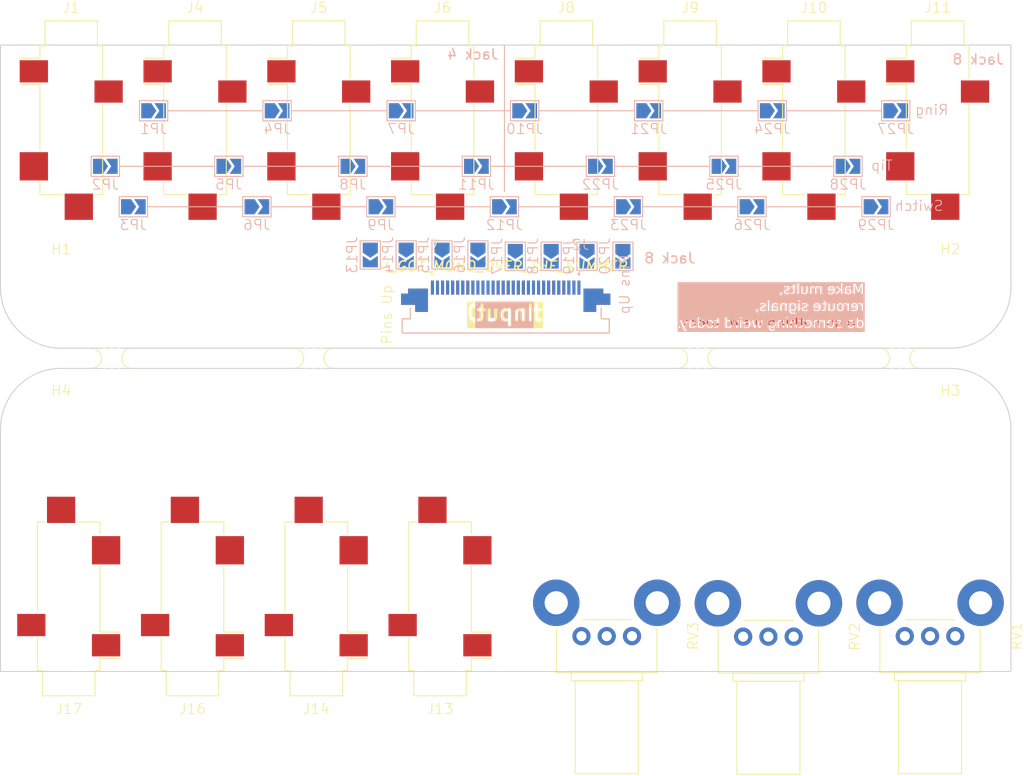
<source format=kicad_pcb>
(kicad_pcb (version 20240108) (generator "pcbnew") (generator_version "8.0")
  (layers (0 "F.Cu" signal) (31 "B.Cu" signal) (34 "B.Paste" user) (35 "F.Paste" user) (36 "B.SilkS" user "B.Silkscreen") (37 "F.SilkS" user "F.Silkscreen") (38 "B.Mask" user) (39 "F.Mask" user) (44 "Edge.Cuts" user))
  (net 0 "")
  (net 1 "GND")
  (net 2 "/Octo-jack/EXT_JACK_TN_1")
  (net 3 "/Octo-jack/EXT_JACK_R_1")
  (net 4 "/Octo-jack/EXT_JACK_T_1")
  (net 5 "/Octo-jack/EXT_JACK_R_6")
  (net 6 "/Octo-jack/EXT_JACK_TN_8")
  (net 7 "/Octo-jack/EXT_JACK_R_4")
  (net 8 "/Octo-jack/EXT_JACK_TN_4")
  (net 9 "/Octo-jack/EXT_JACK_T_2")
  (net 10 "/Octo-jack/EXT_JACK_T_5")
  (net 11 "/Octo-jack/EXT_JACK_T_3")
  (net 12 "/Octo-jack/EXT_JACK_R_8")
  (net 13 "/Octo-jack/EXT_JACK_R_5")
  (net 14 "/Octo-jack/EXT_JACK_R_3")
  (net 15 "/Octo-jack/EXT_JACK_TN_6")
  (net 16 "/Octo-jack/EXT_JACK_TN_3")
  (net 17 "/Octo-jack/EXT_JACK_T_8")
  (net 18 "/Octo-jack/EXT_JACK_T_7")
  (net 19 "/Octo-jack/EXT_JACK_R_7")
  (net 20 "/Octo-jack/EXT_JACK_T_4")
  (net 21 "/Octo-jack/EXT_JACK_TN_2")
  (net 22 "/Octo-jack/EXT_JACK_T_6")
  (net 23 "/Octo-jack/EXT_JACK_R_2")
  (net 24 "/Octo-jack/EXT_JACK_TN_7")
  (net 25 "/Octo-jack/EXT_JACK_TN_5")
  (net 26 "/Octo-jack/RELAY_JACK_T_2")
  (net 27 "/Octo-jack/RELAY_JACK_T_5")
  (net 28 "/Octo-jack/RELAY_JACK_T_6")
  (net 29 "/Octo-jack/RELAY_JACK_T_1")
  (net 30 "/Octo-jack/RELAY_JACK_T_3")
  (net 31 "/Octo-jack/RELAY_JACK_T_8")
  (net 32 "/Octo-jack/RELAY_JACK_T_4")
  (net 33 "/Octo-jack/RELAY_JACK_T_7")
  (net 34 "/A-bit-o-knob/EXT_JACK_TN_8")
  (net 35 "/A-bit-o-knob/EXT_POT_B_2")
  (net 36 "/A-bit-o-knob/EXT_POT_A_2")
  (net 37 "/A-bit-o-knob/EXT_POT_B_3")
  (net 38 "/A-bit-o-knob/EXT_JACK_TN_6")
  (net 39 "/A-bit-o-knob/EXT_POT_A_3")
  (net 40 "/A-bit-o-knob/EXT_POT_A_1")
  (net 41 "/A-bit-o-knob/EXT_JACK_R_8")
  (net 42 "/A-bit-o-knob/EXT_JACK_TN_5")
  (net 43 "/A-bit-o-knob/EXT_JACK_T_5")
  (net 44 "/A-bit-o-knob/EXT_JACK_R_7")
  (net 45 "/A-bit-o-knob/EXT_POT_C_2")
  (net 46 "/A-bit-o-knob/EXT_JACK_TN_7")
  (net 47 "/A-bit-o-knob/EXT_JACK_T_7")
  (net 48 "/A-bit-o-knob/EXT_POT_B_1")
  (net 49 "/A-bit-o-knob/EXT_JACK_R_6")
  (net 50 "/A-bit-o-knob/EXT_JACK_R_5")
  (net 51 "/A-bit-o-knob/EXT_POT_C_1")
  (net 52 "/A-bit-o-knob/EXT_JACK_T_6")
  (net 53 "/A-bit-o-knob/EXT_JACK_T_8")
  (net 54 "/A-bit-o-knob/EXT_POT_C_3")
  (footprint "Potentiometer_THT:Potentiometer_Bourns_PTV09A-2_Single_Horizontal" (layer "F.Cu") (at 162.355 115.55 -90)
    (property "Reference" "RV3" (at 0 -11.05 90) (layer "F.SilkS") (effects (font (thickness 0.1))))
    (property "Value" "POT C")
    (pad "" thru_hole circle (at -3.3 -7.5 270) (size 4.6 4.6) (drill 2.3) (layers "*.Cu" "*.Mask"))
    (pad "" thru_hole circle (at -3.3 2.5 270) (size 4.6 4.6) (drill 2.3) (layers "*.Cu" "*.Mask"))
    (pad "1" thru_hole circle (at 0 0 270) (size 1.8 1.8) (drill 1) (layers "*.Cu" "*.Mask") (net 51 "/A-bit-o-knob/EXT_POT_C_1"))
    (pad "2" thru_hole circle (at 0 -2.5 270) (size 1.8 1.8) (drill 1) (layers "*.Cu" "*.Mask") (net 45 "/A-bit-o-knob/EXT_POT_C_2"))
    (pad "3" thru_hole circle (at 0 -5 270) (size 1.8 1.8) (drill 1) (layers "*.Cu" "*.Mask") (net 54 "/A-bit-o-knob/EXT_POT_C_3"))
  )
  (footprint "Connector_Audio:Jack_3.5mm_CUI_SJ-3524-SMT_Horizontal" (layer "F.Cu") (at 173.105 63.249999)
    (property "Reference" "J9" (at 0 -9.9 0) (layer "F.SilkS") (effects (font (thickness 0.1))))
    (property "Value" "Jack 6")
    (pad "" np_thru_hole circle (at 0 -2.5) (size 1.7 1.7) (drill 1.7) (layers "*.Cu" "*.Mask"))
    (pad "" np_thru_hole circle (at 0 4.5) (size 1.7 1.7) (drill 1.7) (layers "*.Cu" "*.Mask"))
    (pad "R" smd rect (at 3.7 -1.6) (size 2.8 2.2) (layers "F.Cu" "F.Paste" "F.Mask") (net 5 "/Octo-jack/EXT_JACK_R_6"))
    (pad "S" smd rect (at -3.7 -3.6) (size 2.8 2.2) (layers "F.Cu" "F.Paste" "F.Mask") (net 1 "GND"))
    (pad "T" smd rect (at -3.7 5.8) (size 2.8 2.8) (layers "F.Cu" "F.Paste" "F.Mask") (net 22 "/Octo-jack/EXT_JACK_T_6"))
    (pad "TN" smd rect (at 0.75 9.8) (size 2.8 2.6) (layers "F.Cu" "F.Paste" "F.Mask") (net 15 "/Octo-jack/EXT_JACK_TN_6"))
  )
  (footprint "Connector_Audio:Jack_3.5mm_CUI_SJ-3524-SMT_Horizontal" (layer "F.Cu") (at 160.855 63.249999)
    (property "Reference" "J8" (at 0 -9.9 0) (layer "F.SilkS") (effects (font (thickness 0.1))))
    (property "Value" "Jack 5")
    (pad "" np_thru_hole circle (at 0 -2.5) (size 1.7 1.7) (drill 1.7) (layers "*.Cu" "*.Mask"))
    (pad "" np_thru_hole circle (at 0 4.5) (size 1.7 1.7) (drill 1.7) (layers "*.Cu" "*.Mask"))
    (pad "R" smd rect (at 3.7 -1.6) (size 2.8 2.2) (layers "F.Cu" "F.Paste" "F.Mask") (net 13 "/Octo-jack/EXT_JACK_R_5"))
    (pad "S" smd rect (at -3.7 -3.6) (size 2.8 2.2) (layers "F.Cu" "F.Paste" "F.Mask") (net 1 "GND"))
    (pad "T" smd rect (at -3.7 5.8) (size 2.8 2.8) (layers "F.Cu" "F.Paste" "F.Mask") (net 10 "/Octo-jack/EXT_JACK_T_5"))
    (pad "TN" smd rect (at 0.75 9.8) (size 2.8 2.6) (layers "F.Cu" "F.Paste" "F.Mask") (net 25 "/Octo-jack/EXT_JACK_TN_5"))
  )
  (footprint "MountingHole:MountingHole_3.2mm_M3_DIN965" (layer "F.Cu") (at 198.855 95.05)
    (property "Reference" "H3" (at 0 -3.8 0) (layer "F.SilkS") (effects (font (thickness 0.1))))
    (property "Value" "Spacer M3")
    (pad "" np_thru_hole circle (at 0 0) (size 3.2 3.2) (drill 3.2) (layers "*.Cu" "*.Mask"))
  )
  (footprint "Connector_Audio:Jack_3.5mm_CUI_SJ-3524-SMT_Horizontal" (layer "F.Cu") (at 111.855 63.249999)
    (property "Reference" "J1" (at 0 -9.9 0) (layer "F.SilkS") (effects (font (thickness 0.1))))
    (property "Value" "Jack 1")
    (pad "" np_thru_hole circle (at 0 -2.5) (size 1.7 1.7) (drill 1.7) (layers "*.Cu" "*.Mask"))
    (pad "" np_thru_hole circle (at 0 4.5) (size 1.7 1.7) (drill 1.7) (layers "*.Cu" "*.Mask"))
    (pad "R" smd rect (at 3.7 -1.6) (size 2.8 2.2) (layers "F.Cu" "F.Paste" "F.Mask") (net 3 "/Octo-jack/EXT_JACK_R_1"))
    (pad "S" smd rect (at -3.7 -3.6) (size 2.8 2.2) (layers "F.Cu" "F.Paste" "F.Mask") (net 1 "GND"))
    (pad "T" smd rect (at -3.7 5.8) (size 2.8 2.8) (layers "F.Cu" "F.Paste" "F.Mask") (net 4 "/Octo-jack/EXT_JACK_T_1"))
    (pad "TN" smd rect (at 0.75 9.8) (size 2.8 2.6) (layers "F.Cu" "F.Paste" "F.Mask") (net 2 "/Octo-jack/EXT_JACK_TN_1"))
  )
  (footprint "Connector_Audio:Jack_3.5mm_CUI_SJ-3524-SMT_Horizontal" (layer "F.Cu") (at 123.855 112.85 180)
    (property "Reference" "J16" (at 0 -9.9 0) (layer "F.SilkS") (effects (font (thickness 0.1))))
    (property "Value" "Jack 7")
    (pad "" np_thru_hole circle (at 0 -2.5 180) (size 1.7 1.7) (drill 1.7) (layers "*.Cu" "*.Mask"))
    (pad "" np_thru_hole circle (at 0 4.5 180) (size 1.7 1.7) (drill 1.7) (layers "*.Cu" "*.Mask"))
    (pad "R" smd rect (at 3.7 -1.6 180) (size 2.8 2.2) (layers "F.Cu" "F.Paste" "F.Mask") (net 44 "/A-bit-o-knob/EXT_JACK_R_7"))
    (pad "S" smd rect (at -3.7 -3.6 180) (size 2.8 2.2) (layers "F.Cu" "F.Paste" "F.Mask") (net 1 "GND"))
    (pad "T" smd rect (at -3.7 5.8 180) (size 2.8 2.8) (layers "F.Cu" "F.Paste" "F.Mask") (net 47 "/A-bit-o-knob/EXT_JACK_T_7"))
    (pad "TN" smd rect (at 0.75 9.8 180) (size 2.8 2.6) (layers "F.Cu" "F.Paste" "F.Mask") (net 46 "/A-bit-o-knob/EXT_JACK_TN_7"))
  )
  (footprint "mousebites:mouse-bite-2mm-slot" (layer "F.Cu") (at 173.855 88.05)
    (property "Reference" "mouse-bite-2mm-slot" (hide yes))
    (property "Value" "VAL**" (hide yes))
    (pad "" np_thru_hole circle (at -0.75 -0.75) (size 0.5 0.5) (drill 0.5) (layers "*.Cu" "*.Mask"))
    (pad "" np_thru_hole circle (at -0.75 0.75) (size 0.5 0.5) (drill 0.5) (layers "*.Cu" "*.Mask"))
    (pad "" np_thru_hole circle (at 0 -0.75) (size 0.5 0.5) (drill 0.5) (layers "*.Cu" "*.Mask"))
    (pad "" np_thru_hole circle (at 0 0.75) (size 0.5 0.5) (drill 0.5) (layers "*.Cu" "*.Mask"))
    (pad "" np_thru_hole circle (at 0.75 -0.75) (size 0.5 0.5) (drill 0.5) (layers "*.Cu" "*.Mask"))
    (pad "" np_thru_hole circle (at 0.75 0.75) (size 0.5 0.5) (drill 0.5) (layers "*.Cu" "*.Mask"))
  )
  (footprint "Connector_Audio:Jack_3.5mm_CUI_SJ-3524-SMT_Horizontal" (layer "F.Cu") (at 197.605 63.249999)
    (property "Reference" "J11" (at 0 -9.9 0) (layer "F.SilkS") (effects (font (thickness 0.1))))
    (property "Value" "Jack 8")
    (pad "" np_thru_hole circle (at 0 -2.5) (size 1.7 1.7) (drill 1.7) (layers "*.Cu" "*.Mask"))
    (pad "" np_thru_hole circle (at 0 4.5) (size 1.7 1.7) (drill 1.7) (layers "*.Cu" "*.Mask"))
    (pad "R" smd rect (at 3.7 -1.6) (size 2.8 2.2) (layers "F.Cu" "F.Paste" "F.Mask") (net 12 "/Octo-jack/EXT_JACK_R_8"))
    (pad "S" smd rect (at -3.7 -3.6) (size 2.8 2.2) (layers "F.Cu" "F.Paste" "F.Mask") (net 1 "GND"))
    (pad "T" smd rect (at -3.7 5.8) (size 2.8 2.8) (layers "F.Cu" "F.Paste" "F.Mask") (net 17 "/Octo-jack/EXT_JACK_T_8"))
    (pad "TN" smd rect (at 0.75 9.8) (size 2.8 2.6) (layers "F.Cu" "F.Paste" "F.Mask") (net 6 "/Octo-jack/EXT_JACK_TN_8"))
  )
  (footprint "Connector_Audio:Jack_3.5mm_CUI_SJ-3524-SMT_Horizontal" (layer "F.Cu") (at 136.105 112.85 180)
    (property "Reference" "J14" (at 0 -9.9 0) (layer "F.SilkS") (effects (font (thickness 0.1))))
    (property "Value" "Jack 6")
    (pad "" np_thru_hole circle (at 0 -2.5 180) (size 1.7 1.7) (drill 1.7) (layers "*.Cu" "*.Mask"))
    (pad "" np_thru_hole circle (at 0 4.5 180) (size 1.7 1.7) (drill 1.7) (layers "*.Cu" "*.Mask"))
    (pad "R" smd rect (at 3.7 -1.6 180) (size 2.8 2.2) (layers "F.Cu" "F.Paste" "F.Mask") (net 49 "/A-bit-o-knob/EXT_JACK_R_6"))
    (pad "S" smd rect (at -3.7 -3.6 180) (size 2.8 2.2) (layers "F.Cu" "F.Paste" "F.Mask") (net 1 "GND"))
    (pad "T" smd rect (at -3.7 5.8 180) (size 2.8 2.8) (layers "F.Cu" "F.Paste" "F.Mask") (net 52 "/A-bit-o-knob/EXT_JACK_T_6"))
    (pad "TN" smd rect (at 0.75 9.8 180) (size 2.8 2.6) (layers "F.Cu" "F.Paste" "F.Mask") (net 38 "/A-bit-o-knob/EXT_JACK_TN_6"))
  )
  (footprint "MountingHole:MountingHole_3.2mm_M3_DIN965" (layer "F.Cu") (at 110.855 95.05)
    (property "Reference" "H4" (at 0 -3.8 0) (layer "F.SilkS") (effects (font (thickness 0.1))))
    (property "Value" "Spacer M3")
    (pad "" np_thru_hole circle (at 0 0) (size 3.2 3.2) (drill 3.2) (layers "*.Cu" "*.Mask"))
  )
  (footprint "Connector_Audio:Jack_3.5mm_CUI_SJ-3524-SMT_Horizontal" (layer "F.Cu") (at 124.105 63.249999)
    (property "Reference" "J4" (at 0 -9.9 0) (layer "F.SilkS") (effects (font (thickness 0.1))))
    (property "Value" "Jack 2")
    (pad "" np_thru_hole circle (at 0 -2.5) (size 1.7 1.7) (drill 1.7) (layers "*.Cu" "*.Mask"))
    (pad "" np_thru_hole circle (at 0 4.5) (size 1.7 1.7) (drill 1.7) (layers "*.Cu" "*.Mask"))
    (pad "R" smd rect (at 3.7 -1.6) (size 2.8 2.2) (layers "F.Cu" "F.Paste" "F.Mask") (net 23 "/Octo-jack/EXT_JACK_R_2"))
    (pad "S" smd rect (at -3.7 -3.6) (size 2.8 2.2) (layers "F.Cu" "F.Paste" "F.Mask") (net 1 "GND"))
    (pad "T" smd rect (at -3.7 5.8) (size 2.8 2.8) (layers "F.Cu" "F.Paste" "F.Mask") (net 9 "/Octo-jack/EXT_JACK_T_2"))
    (pad "TN" smd rect (at 0.75 9.8) (size 2.8 2.6) (layers "F.Cu" "F.Paste" "F.Mask") (net 21 "/Octo-jack/EXT_JACK_TN_2"))
  )
  (footprint "Connector_Audio:Jack_3.5mm_CUI_SJ-3524-SMT_Horizontal" (layer "F.Cu") (at 148.355 112.85 180)
    (property "Reference" "J13" (at 0 -9.9 0) (layer "F.SilkS") (effects (font (thickness 0.1))))
    (property "Value" "Jack 5")
    (pad "" np_thru_hole circle (at 0 -2.5 180) (size 1.7 1.7) (drill 1.7) (layers "*.Cu" "*.Mask"))
    (pad "" np_thru_hole circle (at 0 4.5 180) (size 1.7 1.7) (drill 1.7) (layers "*.Cu" "*.Mask"))
    (pad "R" smd rect (at 3.7 -1.6 180) (size 2.8 2.2) (layers "F.Cu" "F.Paste" "F.Mask") (net 50 "/A-bit-o-knob/EXT_JACK_R_5"))
    (pad "S" smd rect (at -3.7 -3.6 180) (size 2.8 2.2) (layers "F.Cu" "F.Paste" "F.Mask") (net 1 "GND"))
    (pad "T" smd rect (at -3.7 5.8 180) (size 2.8 2.8) (layers "F.Cu" "F.Paste" "F.Mask") (net 43 "/A-bit-o-knob/EXT_JACK_T_5"))
    (pad "TN" smd rect (at 0.75 9.8 180) (size 2.8 2.6) (layers "F.Cu" "F.Paste" "F.Mask") (net 42 "/A-bit-o-knob/EXT_JACK_TN_5"))
  )
  (footprint "AT-Footprints:AMPHENOL_SFV30R-4STE1HLF - FFC - 30 RA" (layer "F.Cu") (at 154.855 83.449999)
    (property "Reference" "J7" (at -7.425 -6.635 0) (layer "F.SilkS") (effects (font (thickness 0.1))))
    (property "Value" "I_GOT_MONO_OVER_THE_SUMMER" (at 0 -4.5 0) (layer "F.SilkS") (effects (font (thickness 0.15) (italic yes))))
    (fp_text user "Pins Up" (at -11.176 3.302 90) (layer "F.SilkS") (effects (font (thickness 0.1)) (justify left bottom)))
    (pad "1" smd rect (at -7.25 -2.4) (size 0.3 1.4) (layers "F.Cu" "F.Paste" "F.Mask") (net 1 "GND"))
    (pad "2" smd rect (at -6.75 -2.4) (size 0.3 1.4) (layers "F.Cu" "F.Paste" "F.Mask") (net 29 "/Octo-jack/RELAY_JACK_T_1"))
    (pad "3" smd rect (at -6.25 -2.4) (size 0.3 1.4) (layers "F.Cu" "F.Paste" "F.Mask") (net 29 "/Octo-jack/RELAY_JACK_T_1"))
    (pad "4" smd rect (at -5.75 -2.4) (size 0.3 1.4) (layers "F.Cu" "F.Paste" "F.Mask") (net 29 "/Octo-jack/RELAY_JACK_T_1"))
    (pad "5" smd rect (at -5.25 -2.4) (size 0.3 1.4) (layers "F.Cu" "F.Paste" "F.Mask") (net 26 "/Octo-jack/RELAY_JACK_T_2"))
    (pad "6" smd rect (at -4.75 -2.4) (size 0.3 1.4) (layers "F.Cu" "F.Paste" "F.Mask") (net 26 "/Octo-jack/RELAY_JACK_T_2"))
    (pad "7" smd rect (at -4.25 -2.4) (size 0.3 1.4) (layers "F.Cu" "F.Paste" "F.Mask") (net 26 "/Octo-jack/RELAY_JACK_T_2"))
    (pad "8" smd rect (at -3.75 -2.4) (size 0.3 1.4) (layers "F.Cu" "F.Paste" "F.Mask") (net 1 "GND"))
    (pad "9" smd rect (at -3.25 -2.4) (size 0.3 1.4) (layers "F.Cu" "F.Paste" "F.Mask") (net 30 "/Octo-jack/RELAY_JACK_T_3"))
    (pad "10" smd rect (at -2.75 -2.4) (size 0.3 1.4) (layers "F.Cu" "F.Paste" "F.Mask") (net 30 "/Octo-jack/RELAY_JACK_T_3"))
    (pad "11" smd rect (at -2.25 -2.4) (size 0.3 1.4) (layers "F.Cu" "F.Paste" "F.Mask") (net 30 "/Octo-jack/RELAY_JACK_T_3"))
    (pad "12" smd rect (at -1.75 -2.4) (size 0.3 1.4) (layers "F.Cu" "F.Paste" "F.Mask") (net 32 "/Octo-jack/RELAY_JACK_T_4"))
    (pad "13" smd rect (at -1.25 -2.4) (size 0.3 1.4) (layers "F.Cu" "F.Paste" "F.Mask") (net 32 "/Octo-jack/RELAY_JACK_T_4"))
    (pad "14" smd rect (at -0.75 -2.4) (size 0.3 1.4) (layers "F.Cu" "F.Paste" "F.Mask") (net 32 "/Octo-jack/RELAY_JACK_T_4"))
    (pad "15" smd rect (at -0.25 -2.4) (size 0.3 1.4) (layers "F.Cu" "F.Paste" "F.Mask") (net 1 "GND"))
    (pad "16" smd rect (at 0.25 -2.4) (size 0.3 1.4) (layers "F.Cu" "F.Paste" "F.Mask") (net 1 "GND"))
    (pad "17" smd rect (at 0.75 -2.4) (size 0.3 1.4) (layers "F.Cu" "F.Paste" "F.Mask") (net 27 "/Octo-jack/RELAY_JACK_T_5"))
    (pad "18" smd rect (at 1.25 -2.4) (size 0.3 1.4) (layers "F.Cu" "F.Paste" "F.Mask") (net 27 "/Octo-jack/RELAY_JACK_T_5"))
    (pad "19" smd rect (at 1.75 -2.4) (size 0.3 1.4) (layers "F.Cu" "F.Paste" "F.Mask") (net 27 "/Octo-jack/RELAY_JACK_T_5"))
    (pad "20" smd rect (at 2.25 -2.4) (size 0.3 1.4) (layers "F.Cu" "F.Paste" "F.Mask") (net 28 "/Octo-jack/RELAY_JACK_T_6"))
    (pad "21" smd rect (at 2.75 -2.4) (size 0.3 1.4) (layers "F.Cu" "F.Paste" "F.Mask") (net 28 "/Octo-jack/RELAY_JACK_T_6"))
    (pad "22" smd rect (at 3.25 -2.4) (size 0.3 1.4) (layers "F.Cu" "F.Paste" "F.Mask") (net 28 "/Octo-jack/RELAY_JACK_T_6"))
    (pad "23" smd rect (at 3.75 -2.4) (size 0.3 1.4) (layers "F.Cu" "F.Paste" "F.Mask") (net 1 "GND"))
    (pad "24" smd rect (at 4.25 -2.4) (size 0.3 1.4) (layers "F.Cu" "F.Paste" "F.Mask") (net 33 "/Octo-jack/RELAY_JACK_T_7"))
    (pad "25" smd rect (at 4.75 -2.4) (size 0.3 1.4) (layers "F.Cu" "F.Paste" "F.Mask") (net 33 "/Octo-jack/RELAY_JACK_T_7"))
    (pad "26" smd rect (at 5.25 -2.4) (size 0.3 1.4) (layers "F.Cu" "F.Paste" "F.Mask") (net 33 "/Octo-jack/RELAY_JACK_T_7"))
    (pad "27" smd rect (at 5.75 -2.4) (size 0.3 1.4) (layers "F.Cu" "F.Paste" "F.Mask") (net 31 "/Octo-jack/RELAY_JACK_T_8"))
    (pad "28" smd rect (at 6.25 -2.4) (size 0.3 1.4) (layers "F.Cu" "F.Paste" "F.Mask") (net 31 "/Octo-jack/RELAY_JACK_T_8"))
    (pad "29" smd rect (at 6.75 -2.4) (size 0.3 1.4) (layers "F.Cu" "F.Paste" "F.Mask") (net 31 "/Octo-jack/RELAY_JACK_T_8"))
    (pad "30" smd rect (at 7.25 -2.4) (size 0.3 1.4) (layers "F.Cu" "F.Paste" "F.Mask") (net 1 "GND"))
    (pad "SH1" smd custom (at -8.675 -1.5) (size 1 1) (layers "F.Cu") (options (clearance outline) (anchor rect)) (primitives (gr_poly (pts (xy 0.975 -0.8) (xy 0.975 1.5) (xy -0.275 1.5) (xy -0.275 0.8) (xy -1.675 0.8) (xy -1.675 -0.3) (xy -0.975 -0.3) (xy -0.975 -0.8)) (width 0.01) (fill yes))))
    (pad "SH2" smd custom (at 8.675 -1.5) (size 1 1) (layers "F.Cu") (options (clearance outline) (anchor rect)) (primitives (gr_poly (pts (xy -0.975 -0.8) (xy -0.975 1.5) (xy 0.275 1.5) (xy 0.275 0.8) (xy 1.675 0.8) (xy 1.675 -0.3) (xy 0.975 -0.3) (xy 0.975 -0.8)) (width 0.01) (fill yes))))
  )
  (footprint "Connector_Audio:Jack_3.5mm_CUI_SJ-3524-SMT_Horizontal" (layer "F.Cu") (at 136.355 63.249999)
    (property "Reference" "J5" (at 0 -9.9 0) (layer "F.SilkS") (effects (font (thickness 0.1))))
    (property "Value" "Jack 3")
    (pad "" np_thru_hole circle (at 0 -2.5) (size 1.7 1.7) (drill 1.7) (layers "*.Cu" "*.Mask"))
    (pad "" np_thru_hole circle (at 0 4.5) (size 1.7 1.7) (drill 1.7) (layers "*.Cu" "*.Mask"))
    (pad "R" smd rect (at 3.7 -1.6) (size 2.8 2.2) (layers "F.Cu" "F.Paste" "F.Mask") (net 14 "/Octo-jack/EXT_JACK_R_3"))
    (pad "S" smd rect (at -3.7 -3.6) (size 2.8 2.2) (layers "F.Cu" "F.Paste" "F.Mask") (net 1 "GND"))
    (pad "T" smd rect (at -3.7 5.8) (size 2.8 2.8) (layers "F.Cu" "F.Paste" "F.Mask") (net 11 "/Octo-jack/EXT_JACK_T_3"))
    (pad "TN" smd rect (at 0.75 9.8) (size 2.8 2.6) (layers "F.Cu" "F.Paste" "F.Mask") (net 16 "/Octo-jack/EXT_JACK_TN_3"))
  )
  (footprint "Connector_Audio:Jack_3.5mm_CUI_SJ-3524-SMT_Horizontal" (layer "F.Cu") (at 185.355 63.249999)
    (property "Reference" "J10" (at 0 -9.9 0) (layer "F.SilkS") (effects (font (thickness 0.1))))
    (property "Value" "Jack 7")
    (pad "" np_thru_hole circle (at 0 -2.5) (size 1.7 1.7) (drill 1.7) (layers "*.Cu" "*.Mask"))
    (pad "" np_thru_hole circle (at 0 4.5) (size 1.7 1.7) (drill 1.7) (layers "*.Cu" "*.Mask"))
    (pad "R" smd rect (at 3.7 -1.6) (size 2.8 2.2) (layers "F.Cu" "F.Paste" "F.Mask") (net 19 "/Octo-jack/EXT_JACK_R_7"))
    (pad "S" smd rect (at -3.7 -3.6) (size 2.8 2.2) (layers "F.Cu" "F.Paste" "F.Mask") (net 1 "GND"))
    (pad "T" smd rect (at -3.7 5.8) (size 2.8 2.8) (layers "F.Cu" "F.Paste" "F.Mask") (net 18 "/Octo-jack/EXT_JACK_T_7"))
    (pad "TN" smd rect (at 0.75 9.8) (size 2.8 2.6) (layers "F.Cu" "F.Paste" "F.Mask") (net 24 "/Octo-jack/EXT_JACK_TN_7"))
  )
  (footprint "Potentiometer_THT:Potentiometer_Bourns_PTV09A-2_Single_Horizontal" (layer "F.Cu") (at 178.355 115.6 -90)
    (property "Reference" "RV2" (at 0 -11.05 90) (layer "F.SilkS") (effects (font (thickness 0.1))))
    (property "Value" "POT B")
    (pad "" thru_hole circle (at -3.3 -7.5 270) (size 4.6 4.6) (drill 2.3) (layers "*.Cu" "*.Mask"))
    (pad "" thru_hole circle (at -3.3 2.5 270) (size 4.6 4.6) (drill 2.3) (layers "*.Cu" "*.Mask"))
    (pad "1" thru_hole circle (at 0 0 270) (size 1.8 1.8) (drill 1) (layers "*.Cu" "*.Mask") (net 48 "/A-bit-o-knob/EXT_POT_B_1"))
    (pad "2" thru_hole circle (at 0 -2.5 270) (size 1.8 1.8) (drill 1) (layers "*.Cu" "*.Mask") (net 35 "/A-bit-o-knob/EXT_POT_B_2"))
    (pad "3" thru_hole circle (at 0 -5 270) (size 1.8 1.8) (drill 1) (layers "*.Cu" "*.Mask") (net 37 "/A-bit-o-knob/EXT_POT_B_3"))
  )
  (footprint "Connector_Audio:Jack_3.5mm_CUI_SJ-3524-SMT_Horizontal" (layer "F.Cu") (at 148.605 63.249999)
    (property "Reference" "J6" (at 0 -9.9 0) (layer "F.SilkS") (effects (font (thickness 0.1))))
    (property "Value" "Jack 4")
    (pad "" np_thru_hole circle (at 0 -2.5) (size 1.7 1.7) (drill 1.7) (layers "*.Cu" "*.Mask"))
    (pad "" np_thru_hole circle (at 0 4.5) (size 1.7 1.7) (drill 1.7) (layers "*.Cu" "*.Mask"))
    (pad "R" smd rect (at 3.7 -1.6) (size 2.8 2.2) (layers "F.Cu" "F.Paste" "F.Mask") (net 7 "/Octo-jack/EXT_JACK_R_4"))
    (pad "S" smd rect (at -3.7 -3.6) (size 2.8 2.2) (layers "F.Cu" "F.Paste" "F.Mask") (net 1 "GND"))
    (pad "T" smd rect (at -3.7 5.8) (size 2.8 2.8) (layers "F.Cu" "F.Paste" "F.Mask") (net 20 "/Octo-jack/EXT_JACK_T_4"))
    (pad "TN" smd rect (at 0.75 9.8) (size 2.8 2.6) (layers "F.Cu" "F.Paste" "F.Mask") (net 8 "/Octo-jack/EXT_JACK_TN_4"))
  )
  (footprint "Potentiometer_THT:Potentiometer_Bourns_PTV09A-2_Single_Horizontal" (layer "F.Cu") (at 194.355 115.55 -90)
    (property "Reference" "RV1" (at 0 -11.05 90) (layer "F.SilkS") (effects (font (thickness 0.1))))
    (property "Value" "POT A")
    (pad "" thru_hole circle (at -3.3 -7.5 270) (size 4.6 4.6) (drill 2.3) (layers "*.Cu" "*.Mask"))
    (pad "" thru_hole circle (at -3.3 2.5 270) (size 4.6 4.6) (drill 2.3) (layers "*.Cu" "*.Mask"))
    (pad "1" thru_hole circle (at 0 0 270) (size 1.8 1.8) (drill 1) (layers "*.Cu" "*.Mask") (net 40 "/A-bit-o-knob/EXT_POT_A_1"))
    (pad "2" thru_hole circle (at 0 -2.5 270) (size 1.8 1.8) (drill 1) (layers "*.Cu" "*.Mask") (net 36 "/A-bit-o-knob/EXT_POT_A_2"))
    (pad "3" thru_hole circle (at 0 -5 270) (size 1.8 1.8) (drill 1) (layers "*.Cu" "*.Mask") (net 39 "/A-bit-o-knob/EXT_POT_A_3"))
  )
  (footprint "MountingHole:MountingHole_3.2mm_M3_DIN965" (layer "F.Cu") (at 110.855 81.049999)
    (property "Reference" "H1" (at 0 -3.8 0) (layer "F.SilkS") (effects (font (thickness 0.1))))
    (property "Value" "Spacer M3")
    (pad "" np_thru_hole circle (at 0 0) (size 3.2 3.2) (drill 3.2) (layers "*.Cu" "*.Mask"))
  )
  (footprint "MountingHole:MountingHole_3.2mm_M3_DIN965" (layer "F.Cu") (at 198.855 81.049999)
    (property "Reference" "H2" (at 0 -3.8 0) (layer "F.SilkS") (effects (font (thickness 0.1))))
    (property "Value" "Spacer M3")
    (pad "" np_thru_hole circle (at 0 0) (size 3.2 3.2) (drill 3.2) (layers "*.Cu" "*.Mask"))
  )
  (footprint "mousebites:mouse-bite-2mm-slot" (layer "F.Cu") (at 135.855 88.05)
    (property "Reference" "mouse-bite-2mm-slot" (hide yes))
    (property "Value" "VAL**" (hide yes))
    (pad "" np_thru_hole circle (at -0.75 -0.75) (size 0.5 0.5) (drill 0.5) (layers "*.Cu" "*.Mask"))
    (pad "" np_thru_hole circle (at -0.75 0.75) (size 0.5 0.5) (drill 0.5) (layers "*.Cu" "*.Mask"))
    (pad "" np_thru_hole circle (at 0 -0.75) (size 0.5 0.5) (drill 0.5) (layers "*.Cu" "*.Mask"))
    (pad "" np_thru_hole circle (at 0 0.75) (size 0.5 0.5) (drill 0.5) (layers "*.Cu" "*.Mask"))
    (pad "" np_thru_hole circle (at 0.75 -0.75) (size 0.5 0.5) (drill 0.5) (layers "*.Cu" "*.Mask"))
    (pad "" np_thru_hole circle (at 0.75 0.75) (size 0.5 0.5) (drill 0.5) (layers "*.Cu" "*.Mask"))
  )
  (footprint "mousebites:mouse-bite-2mm-slot" (layer "F.Cu") (at 193.855 88.05)
    (property "Reference" "mouse-bite-2mm-slot" (hide yes))
    (property "Value" "VAL**" (hide yes))
    (pad "" np_thru_hole circle (at -0.75 -0.75) (size 0.5 0.5) (drill 0.5) (layers "*.Cu" "*.Mask"))
    (pad "" np_thru_hole circle (at -0.75 0.75) (size 0.5 0.5) (drill 0.5) (layers "*.Cu" "*.Mask"))
    (pad "" np_thru_hole circle (at 0 -0.75) (size 0.5 0.5) (drill 0.5) (layers "*.Cu" "*.Mask"))
    (pad "" np_thru_hole circle (at 0 0.75) (size 0.5 0.5) (drill 0.5) (layers "*.Cu" "*.Mask"))
    (pad "" np_thru_hole circle (at 0.75 -0.75) (size 0.5 0.5) (drill 0.5) (layers "*.Cu" "*.Mask"))
    (pad "" np_thru_hole circle (at 0.75 0.75) (size 0.5 0.5) (drill 0.5) (layers "*.Cu" "*.Mask"))
  )
  (footprint "mousebites:mouse-bite-2mm-slot" (layer "F.Cu") (at 115.855 88.05)
    (property "Reference" "mouse-bite-2mm-slot" (hide yes))
    (property "Value" "VAL**" (hide yes))
    (pad "" np_thru_hole circle (at -0.75 -0.75) (size 0.5 0.5) (drill 0.5) (layers "*.Cu" "*.Mask"))
    (pad "" np_thru_hole circle (at -0.75 0.75) (size 0.5 0.5) (drill 0.5) (layers "*.Cu" "*.Mask"))
    (pad "" np_thru_hole circle (at 0 -0.75) (size 0.5 0.5) (drill 0.5) (layers "*.Cu" "*.Mask"))
    (pad "" np_thru_hole circle (at 0 0.75) (size 0.5 0.5) (drill 0.5) (layers "*.Cu" "*.Mask"))
    (pad "" np_thru_hole circle (at 0.75 -0.75) (size 0.5 0.5) (drill 0.5) (layers "*.Cu" "*.Mask"))
    (pad "" np_thru_hole circle (at 0.75 0.75) (size 0.5 0.5) (drill 0.5) (layers "*.Cu" "*.Mask"))
  )
  (footprint "Connector_Audio:Jack_3.5mm_CUI_SJ-3524-SMT_Horizontal" (layer "F.Cu") (at 111.605 112.85 180)
    (property "Reference" "J17" (at 0 -9.9 0) (layer "F.SilkS") (effects (font (thickness 0.1))))
    (property "Value" "Jack 8")
    (pad "" np_thru_hole circle (at 0 -2.5 180) (size 1.7 1.7) (drill 1.7) (layers "*.Cu" "*.Mask"))
    (pad "" np_thru_hole circle (at 0 4.5 180) (size 1.7 1.7) (drill 1.7) (layers "*.Cu" "*.Mask"))
    (pad "R" smd rect (at 3.7 -1.6 180) (size 2.8 2.2) (layers "F.Cu" "F.Paste" "F.Mask") (net 41 "/A-bit-o-knob/EXT_JACK_R_8"))
    (pad "S" smd rect (at -3.7 -3.6 180) (size 2.8 2.2) (layers "F.Cu" "F.Paste" "F.Mask") (net 1 "GND"))
    (pad "T" smd rect (at -3.7 5.8 180) (size 2.8 2.8) (layers "F.Cu" "F.Paste" "F.Mask") (net 53 "/A-bit-o-knob/EXT_JACK_T_8"))
    (pad "TN" smd rect (at 0.75 9.8 180) (size 2.8 2.6) (layers "F.Cu" "F.Paste" "F.Mask") (net 34 "/A-bit-o-knob/EXT_JACK_TN_8"))
  )
  (footprint "Jumper:SolderJumper-2_P1.3mm_Open_TrianglePad1.0x1.5mm" (layer "B.Cu") (at 144.505001 63.549999)
    (property "Reference" "JP7" (at 0 1.8 0) (layer "B.SilkS") (effects (font (thickness 0.1)) (justify mirror)))
    (property "Value" "Mult Down")
    (pad "1" smd custom (at -0.725 0) (size 0.3 0.3) (layers "B.Cu" "B.Mask") (net 14 "/Octo-jack/EXT_JACK_R_3") (options (clearance outline) (anchor rect)) (primitives (gr_poly (pts (xy 1 0) (xy 0.5 -0.75) (xy -0.5 -0.75) (xy -0.5 0.75) (xy 0.5 0.75)) (width 0) (fill yes))))
    (pad "2" smd custom (at 0.725 0) (size 0.3 0.3) (layers "B.Cu" "B.Mask") (net 7 "/Octo-jack/EXT_JACK_R_4") (options (clearance outline) (anchor rect)) (primitives (gr_poly (pts (xy 0.5 -0.75) (xy -0.65 -0.75) (xy -0.15 0) (xy -0.65 0.75) (xy 0.5 0.75)) (width 0) (fill yes))))
  )
  (footprint "Jumper:SolderJumper-2_P1.3mm_Open_TrianglePad1.0x1.5mm" (layer "B.Cu") (at 132.23 63.549999)
    (property "Reference" "JP4" (at 0 1.8 0) (layer "B.SilkS") (effects (font (thickness 0.1)) (justify mirror)))
    (property "Value" "Mult Down")
    (pad "1" smd custom (at -0.725 0) (size 0.3 0.3) (layers "B.Cu" "B.Mask") (net 23 "/Octo-jack/EXT_JACK_R_2") (options (clearance outline) (anchor rect)) (primitives (gr_poly (pts (xy 1 0) (xy 0.5 -0.75) (xy -0.5 -0.75) (xy -0.5 0.75) (xy 0.5 0.75)) (width 0) (fill yes))))
    (pad "2" smd custom (at 0.725 0) (size 0.3 0.3) (layers "B.Cu" "B.Mask") (net 14 "/Octo-jack/EXT_JACK_R_3") (options (clearance outline) (anchor rect)) (primitives (gr_poly (pts (xy 0.5 -0.75) (xy -0.65 -0.75) (xy -0.15 0) (xy -0.65 0.75) (xy 0.5 0.75)) (width 0) (fill yes))))
  )
  (footprint "Jumper:SolderJumper-2_P1.3mm_Open_TrianglePad1.0x1.5mm" (layer "B.Cu") (at 179.23 73.049999)
    (property "Reference" "JP26" (at 0 1.8 0) (layer "B.SilkS") (effects (font (thickness 0.1)) (justify mirror)))
    (property "Value" "Mult Down")
    (pad "1" smd custom (at -0.725 0) (size 0.3 0.3) (layers "B.Cu" "B.Mask") (net 15 "/Octo-jack/EXT_JACK_TN_6") (options (clearance outline) (anchor rect)) (primitives (gr_poly (pts (xy 1 0) (xy 0.5 -0.75) (xy -0.5 -0.75) (xy -0.5 0.75) (xy 0.5 0.75)) (width 0) (fill yes))))
    (pad "2" smd custom (at 0.725 0) (size 0.3 0.3) (layers "B.Cu" "B.Mask") (net 24 "/Octo-jack/EXT_JACK_TN_7") (options (clearance outline) (anchor rect)) (primitives (gr_poly (pts (xy 0.5 -0.75) (xy -0.65 -0.75) (xy -0.15 0) (xy -0.65 0.75) (xy 0.5 0.75)) (width 0) (fill yes))))
  )
  (footprint "Jumper:SolderJumper-2_P1.3mm_Open_TrianglePad1.0x1.5mm" (layer "B.Cu") (at 127.454999 69.049999)
    (property "Reference" "JP5" (at 0 1.8 0) (layer "B.SilkS") (effects (font (thickness 0.1)) (justify mirror)))
    (property "Value" "Mult Down")
    (pad "1" smd custom (at -0.725 0) (size 0.3 0.3) (layers "B.Cu" "B.Mask") (net 9 "/Octo-jack/EXT_JACK_T_2") (options (clearance outline) (anchor rect)) (primitives (gr_poly (pts (xy 1 0) (xy 0.5 -0.75) (xy -0.5 -0.75) (xy -0.5 0.75) (xy 0.5 0.75)) (width 0) (fill yes))))
    (pad "2" smd custom (at 0.725 0) (size 0.3 0.3) (layers "B.Cu" "B.Mask") (net 11 "/Octo-jack/EXT_JACK_T_3") (options (clearance outline) (anchor rect)) (primitives (gr_poly (pts (xy 0.5 -0.75) (xy -0.65 -0.75) (xy -0.15 0) (xy -0.65 0.75) (xy 0.5 0.75)) (width 0) (fill yes))))
  )
  (footprint "Jumper:SolderJumper-2_P1.3mm_Open_TrianglePad1.0x1.5mm" (layer "B.Cu") (at 154.73 73.049999)
    (property "Reference" "JP12" (at 0 1.8 0) (layer "B.SilkS") (effects (font (thickness 0.1)) (justify mirror)))
    (property "Value" "Mult Down")
    (pad "1" smd custom (at -0.725 0) (size 0.3 0.3) (layers "B.Cu" "B.Mask") (net 8 "/Octo-jack/EXT_JACK_TN_4") (options (clearance outline) (anchor rect)) (primitives (gr_poly (pts (xy 1 0) (xy 0.5 -0.75) (xy -0.5 -0.75) (xy -0.5 0.75) (xy 0.5 0.75)) (width 0) (fill yes))))
    (pad "2" smd custom (at 0.725 0) (size 0.3 0.3) (layers "B.Cu" "B.Mask") (net 25 "/Octo-jack/EXT_JACK_TN_5") (options (clearance outline) (anchor rect)) (primitives (gr_poly (pts (xy 0.5 -0.75) (xy -0.65 -0.75) (xy -0.15 0) (xy -0.65 0.75) (xy 0.5 0.75)) (width 0) (fill yes))))
  )
  (footprint "Jumper:SolderJumper-2_P1.3mm_Open_TrianglePad1.0x1.5mm" (layer "B.Cu") (at 130.23 73.049999)
    (property "Reference" "JP6" (at 0 1.8 0) (layer "B.SilkS") (effects (font (thickness 0.1)) (justify mirror)))
    (property "Value" "Mult Down")
    (pad "1" smd custom (at -0.725 0) (size 0.3 0.3) (layers "B.Cu" "B.Mask") (net 21 "/Octo-jack/EXT_JACK_TN_2") (options (clearance outline) (anchor rect)) (primitives (gr_poly (pts (xy 1 0) (xy 0.5 -0.75) (xy -0.5 -0.75) (xy -0.5 0.75) (xy 0.5 0.75)) (width 0) (fill yes))))
    (pad "2" smd custom (at 0.725 0) (size 0.3 0.3) (layers "B.Cu" "B.Mask") (net 16 "/Octo-jack/EXT_JACK_TN_3") (options (clearance outline) (anchor rect)) (primitives (gr_poly (pts (xy 0.5 -0.75) (xy -0.65 -0.75) (xy -0.15 0) (xy -0.65 0.75) (xy 0.5 0.75)) (width 0) (fill yes))))
  )
  (footprint "Jumper:SolderJumper-2_P1.3mm_Open_TrianglePad1.0x1.5mm" (layer "B.Cu") (at 139.73 69.049999)
    (property "Reference" "JP8" (at 0 1.8 0) (layer "B.SilkS") (effects (font (thickness 0.1)) (justify mirror)))
    (property "Value" "Mult Down")
    (pad "1" smd custom (at -0.725 0) (size 0.3 0.3) (layers "B.Cu" "B.Mask") (net 11 "/Octo-jack/EXT_JACK_T_3") (options (clearance outline) (anchor rect)) (primitives (gr_poly (pts (xy 1 0) (xy 0.5 -0.75) (xy -0.5 -0.75) (xy -0.5 0.75) (xy 0.5 0.75)) (width 0) (fill yes))))
    (pad "2" smd custom (at 0.725 0) (size 0.3 0.3) (layers "B.Cu" "B.Mask") (net 20 "/Octo-jack/EXT_JACK_T_4") (options (clearance outline) (anchor rect)) (primitives (gr_poly (pts (xy 0.5 -0.75) (xy -0.65 -0.75) (xy -0.15 0) (xy -0.65 0.75) (xy 0.5 0.75)) (width 0) (fill yes))))
  )
  (footprint "AT-Footprints:AMPHENOL_SFV30R-4STE1HLF - FFC - 30 RA" (layer "B.Cu") (at 154.855 83.449999 180)
    (property "Reference" "J2" (at -7.425 6.635 0) (layer "B.SilkS") (effects (font (thickness 0.1)) (justify mirror)))
    (property "Value" "EXT_INTERFACE_1")
    (fp_text user "Pins Up" (at -11.176 -0.302 90) (layer "B.SilkS") (effects (font (thickness 0.1)) (justify right top mirror)))
    (pad "1" smd rect (at -7.25 2.4 180) (size 0.3 1.4) (layers "B.Cu" "B.Paste" "B.Mask") (net 1 "GND"))
    (pad "2" smd rect (at -6.75 2.4 180) (size 0.3 1.4) (layers "B.Cu" "B.Paste" "B.Mask") (net 4 "/Octo-jack/EXT_JACK_T_1"))
    (pad "3" smd rect (at -6.25 2.4 180) (size 0.3 1.4) (layers "B.Cu" "B.Paste" "B.Mask") (net 2 "/Octo-jack/EXT_JACK_TN_1"))
    (pad "4" smd rect (at -5.75 2.4 180) (size 0.3 1.4) (layers "B.Cu" "B.Paste" "B.Mask") (net 3 "/Octo-jack/EXT_JACK_R_1"))
    (pad "5" smd rect (at -5.25 2.4 180) (size 0.3 1.4) (layers "B.Cu" "B.Paste" "B.Mask") (net 9 "/Octo-jack/EXT_JACK_T_2"))
    (pad "6" smd rect (at -4.75 2.4 180) (size 0.3 1.4) (layers "B.Cu" "B.Paste" "B.Mask") (net 21 "/Octo-jack/EXT_JACK_TN_2"))
    (pad "7" smd rect (at -4.25 2.4 180) (size 0.3 1.4) (layers "B.Cu" "B.Paste" "B.Mask") (net 23 "/Octo-jack/EXT_JACK_R_2"))
    (pad "8" smd rect (at -3.75 2.4 180) (size 0.3 1.4) (layers "B.Cu" "B.Paste" "B.Mask") (net 1 "GND"))
    (pad "9" smd rect (at -3.25 2.4 180) (size 0.3 1.4) (layers "B.Cu" "B.Paste" "B.Mask") (net 11 "/Octo-jack/EXT_JACK_T_3"))
    (pad "10" smd rect (at -2.75 2.4 180) (size 0.3 1.4) (layers "B.Cu" "B.Paste" "B.Mask") (net 16 "/Octo-jack/EXT_JACK_TN_3"))
    (pad "11" smd rect (at -2.25 2.4 180) (size 0.3 1.4) (layers "B.Cu" "B.Paste" "B.Mask") (net 14 "/Octo-jack/EXT_JACK_R_3"))
    (pad "12" smd rect (at -1.75 2.4 180) (size 0.3 1.4) (layers "B.Cu" "B.Paste" "B.Mask") (net 20 "/Octo-jack/EXT_JACK_T_4"))
    (pad "13" smd rect (at -1.25 2.4 180) (size 0.3 1.4) (layers "B.Cu" "B.Paste" "B.Mask") (net 8 "/Octo-jack/EXT_JACK_TN_4"))
    (pad "14" smd rect (at -0.75 2.4 180) (size 0.3 1.4) (layers "B.Cu" "B.Paste" "B.Mask") (net 7 "/Octo-jack/EXT_JACK_R_4"))
    (pad "15" smd rect (at -0.25 2.4 180) (size 0.3 1.4) (layers "B.Cu" "B.Paste" "B.Mask") (net 1 "GND"))
    (pad "16" smd rect (at 0.25 2.4 180) (size 0.3 1.4) (layers "B.Cu" "B.Paste" "B.Mask") (net 1 "GND"))
    (pad "17" smd rect (at 0.75 2.4 180) (size 0.3 1.4) (layers "B.Cu" "B.Paste" "B.Mask") (net 10 "/Octo-jack/EXT_JACK_T_5"))
    (pad "18" smd rect (at 1.25 2.4 180) (size 0.3 1.4) (layers "B.Cu" "B.Paste" "B.Mask") (net 25 "/Octo-jack/EXT_JACK_TN_5"))
    (pad "19" smd rect (at 1.75 2.4 180) (size 0.3 1.4) (layers "B.Cu" "B.Paste" "B.Mask") (net 13 "/Octo-jack/EXT_JACK_R_5"))
    (pad "20" smd rect (at 2.25 2.4 180) (size 0.3 1.4) (layers "B.Cu" "B.Paste" "B.Mask") (net 22 "/Octo-jack/EXT_JACK_T_6"))
    (pad "21" smd rect (at 2.75 2.4 180) (size 0.3 1.4) (layers "B.Cu" "B.Paste" "B.Mask") (net 15 "/Octo-jack/EXT_JACK_TN_6"))
    (pad "22" smd rect (at 3.25 2.4 180) (size 0.3 1.4) (layers "B.Cu" "B.Paste" "B.Mask") (net 5 "/Octo-jack/EXT_JACK_R_6"))
    (pad "23" smd rect (at 3.75 2.4 180) (size 0.3 1.4) (layers "B.Cu" "B.Paste" "B.Mask") (net 1 "GND"))
    (pad "24" smd rect (at 4.25 2.4 180) (size 0.3 1.4) (layers "B.Cu" "B.Paste" "B.Mask") (net 18 "/Octo-jack/EXT_JACK_T_7"))
    (pad "25" smd rect (at 4.75 2.4 180) (size 0.3 1.4) (layers "B.Cu" "B.Paste" "B.Mask") (net 24 "/Octo-jack/EXT_JACK_TN_7"))
    (pad "26" smd rect (at 5.25 2.4 180) (size 0.3 1.4) (layers "B.Cu" "B.Paste" "B.Mask") (net 19 "/Octo-jack/EXT_JACK_R_7"))
    (pad "27" smd rect (at 5.75 2.4 180) (size 0.3 1.4) (layers "B.Cu" "B.Paste" "B.Mask") (net 17 "/Octo-jack/EXT_JACK_T_8"))
    (pad "28" smd rect (at 6.25 2.4 180) (size 0.3 1.4) (layers "B.Cu" "B.Paste" "B.Mask") (net 6 "/Octo-jack/EXT_JACK_TN_8"))
    (pad "29" smd rect (at 6.75 2.4 180) (size 0.3 1.4) (layers "B.Cu" "B.Paste" "B.Mask") (net 12 "/Octo-jack/EXT_JACK_R_8"))
    (pad "30" smd rect (at 7.25 2.4 180) (size 0.3 1.4) (layers "B.Cu" "B.Paste" "B.Mask") (net 1 "GND"))
    (pad "SH1" smd custom (at -8.675 1.5 180) (size 1 1) (layers "B.Cu") (options (clearance outline) (anchor rect)) (primitives (gr_poly (pts (xy 0.975 0.8) (xy 0.975 -1.5) (xy -0.275 -1.5) (xy -0.275 -0.8) (xy -1.675 -0.8) (xy -1.675 0.3) (xy -0.975 0.3) (xy -0.975 0.8)) (width 0.01) (fill yes))))
    (pad "SH2" smd custom (at 8.675 1.5 180) (size 1 1) (layers "B.Cu") (options (clearance outline) (anchor rect)) (primitives (gr_poly (pts (xy -0.975 0.8) (xy -0.975 -1.5) (xy 0.275 -1.5) (xy 0.275 -0.8) (xy 1.675 -0.8) (xy 1.675 0.3) (xy 0.975 0.3) (xy 0.975 0.8)) (width 0.01) (fill yes))))
  )
  (footprint "Jumper:SolderJumper-2_P1.3mm_Open_TrianglePad1.0x1.5mm" (layer "B.Cu") (at 193.454999 63.549999)
    (property "Reference" "JP27" (at 0 1.8 0) (layer "B.SilkS") (effects (font (thickness 0.1)) (justify mirror)))
    (property "Value" "Mult Down")
    (pad "1" smd custom (at -0.725 0) (size 0.3 0.3) (layers "B.Cu" "B.Mask") (net 19 "/Octo-jack/EXT_JACK_R_7") (options (clearance outline) (anchor rect)) (primitives (gr_poly (pts (xy 1 0) (xy 0.5 -0.75) (xy -0.5 -0.75) (xy -0.5 0.75) (xy 0.5 0.75)) (width 0) (fill yes))))
    (pad "2" smd custom (at 0.725 0) (size 0.3 0.3) (layers "B.Cu" "B.Mask") (net 12 "/Octo-jack/EXT_JACK_R_8") (options (clearance outline) (anchor rect)) (primitives (gr_poly (pts (xy 0.5 -0.75) (xy -0.65 -0.75) (xy -0.15 0) (xy -0.65 0.75) (xy 0.5 0.75)) (width 0) (fill yes))))
  )
  (footprint "Jumper:SolderJumper-2_P1.3mm_Open_TrianglePad1.0x1.5mm" (layer "B.Cu") (at 164.23 69.049999)
    (property "Reference" "JP22" (at 0 1.8 0) (layer "B.SilkS") (effects (font (thickness 0.1)) (justify mirror)))
    (property "Value" "Mult Down")
    (pad "1" smd custom (at -0.725 0) (size 0.3 0.3) (layers "B.Cu" "B.Mask") (net 10 "/Octo-jack/EXT_JACK_T_5") (options (clearance outline) (anchor rect)) (primitives (gr_poly (pts (xy 1 0) (xy 0.5 -0.75) (xy -0.5 -0.75) (xy -0.5 0.75) (xy 0.5 0.75)) (width 0) (fill yes))))
    (pad "2" smd custom (at 0.725 0) (size 0.3 0.3) (layers "B.Cu" "B.Mask") (net 22 "/Octo-jack/EXT_JACK_T_6") (options (clearance outline) (anchor rect)) (primitives (gr_poly (pts (xy 0.5 -0.75) (xy -0.65 -0.75) (xy -0.15 0) (xy -0.65 0.75) (xy 0.5 0.75)) (width 0) (fill yes))))
  )
  (footprint "Jumper:SolderJumper-2_P1.3mm_Open_TrianglePad1.0x1.5mm" (layer "B.Cu") (at 148.555 77.825 -90)
    (property "Reference" "JP15" (at 0 1.8 90) (layer "B.SilkS") (effects (font (thickness 0.1)) (justify mirror)))
    (property "Value" "Touch Tips 3")
    (pad "1" smd custom (at -0.725 0 270) (size 0.3 0.3) (layers "B.Cu" "B.Mask") (net 11 "/Octo-jack/EXT_JACK_T_3") (options (clearance outline) (anchor rect)) (primitives (gr_poly (pts (xy 1 0) (xy 0.5 -0.75) (xy -0.5 -0.75) (xy -0.5 0.75) (xy 0.5 0.75)) (width 0) (fill yes))))
    (pad "2" smd custom (at 0.725 0 270) (size 0.3 0.3) (layers "B.Cu" "B.Mask") (net 30 "/Octo-jack/RELAY_JACK_T_3") (options (clearance outline) (anchor rect)) (primitives (gr_poly (pts (xy 0.5 -0.75) (xy -0.65 -0.75) (xy -0.15 0) (xy -0.65 0.75) (xy 0.5 0.75)) (width 0) (fill yes))))
  )
  (footprint "Jumper:SolderJumper-2_P1.3mm_Open_TrianglePad1.0x1.5mm" (layer "B.Cu") (at 151.954999 69.049999)
    (property "Reference" "JP11" (at 0 1.8 0) (layer "B.SilkS") (effects (font (thickness 0.1)) (justify mirror)))
    (property "Value" "Mult Down")
    (pad "1" smd custom (at -0.725 0) (size 0.3 0.3) (layers "B.Cu" "B.Mask") (net 20 "/Octo-jack/EXT_JACK_T_4") (options (clearance outline) (anchor rect)) (primitives (gr_poly (pts (xy 1 0) (xy 0.5 -0.75) (xy -0.5 -0.75) (xy -0.5 0.75) (xy 0.5 0.75)) (width 0) (fill yes))))
    (pad "2" smd custom (at 0.725 0) (size 0.3 0.3) (layers "B.Cu" "B.Mask") (net 10 "/Octo-jack/EXT_JACK_T_5") (options (clearance outline) (anchor rect)) (primitives (gr_poly (pts (xy 0.5 -0.75) (xy -0.65 -0.75) (xy -0.15 0) (xy -0.65 0.75) (xy 0.5 0.75)) (width 0) (fill yes))))
  )
  (footprint "Jumper:SolderJumper-2_P1.3mm_Open_TrianglePad1.0x1.5mm" (layer "B.Cu") (at 142.505001 73.049999)
    (property "Reference" "JP9" (at 0 1.8 0) (layer "B.SilkS") (effects (font (thickness 0.1)) (justify mirror)))
    (property "Value" "Mult Down")
    (pad "1" smd custom (at -0.725 0) (size 0.3 0.3) (layers "B.Cu" "B.Mask") (net 16 "/Octo-jack/EXT_JACK_TN_3") (options (clearance outline) (anchor rect)) (primitives (gr_poly (pts (xy 1 0) (xy 0.5 -0.75) (xy -0.5 -0.75) (xy -0.5 0.75) (xy 0.5 0.75)) (width 0) (fill yes))))
    (pad "2" smd custom (at 0.725 0) (size 0.3 0.3) (layers "B.Cu" "B.Mask") (net 8 "/Octo-jack/EXT_JACK_TN_4") (options (clearance outline) (anchor rect)) (primitives (gr_poly (pts (xy 0.5 -0.75) (xy -0.65 -0.75) (xy -0.15 0) (xy -0.65 0.75) (xy 0.5 0.75)) (width 0) (fill yes))))
  )
  (footprint "Jumper:SolderJumper-2_P1.3mm_Open_TrianglePad1.0x1.5mm" (layer "B.Cu") (at 169.005001 63.549999)
    (property "Reference" "JP21" (at 0 1.8 0) (layer "B.SilkS") (effects (font (thickness 0.1)) (justify mirror)))
    (property "Value" "Mult Down")
    (pad "1" smd custom (at -0.725 0) (size 0.3 0.3) (layers "B.Cu" "B.Mask") (net 13 "/Octo-jack/EXT_JACK_R_5") (options (clearance outline) (anchor rect)) (primitives (gr_poly (pts (xy 1 0) (xy 0.5 -0.75) (xy -0.5 -0.75) (xy -0.5 0.75) (xy 0.5 0.75)) (width 0) (fill yes))))
    (pad "2" smd custom (at 0.725 0) (size 0.3 0.3) (layers "B.Cu" "B.Mask") (net 5 "/Octo-jack/EXT_JACK_R_6") (options (clearance outline) (anchor rect)) (primitives (gr_poly (pts (xy 0.5 -0.75) (xy -0.65 -0.75) (xy -0.15 0) (xy -0.65 0.75) (xy 0.5 0.75)) (width 0) (fill yes))))
  )
  (footprint "Jumper:SolderJumper-2_P1.3mm_Open_TrianglePad1.0x1.5mm" (layer "B.Cu") (at 181.23 63.549999)
    (property "Reference" "JP24" (at 0 1.8 0) (layer "B.SilkS") (effects (font (thickness 0.1)) (justify mirror)))
    (property "Value" "Mult Down")
    (pad "1" smd custom (at -0.725 0) (size 0.3 0.3) (layers "B.Cu" "B.Mask") (net 5 "/Octo-jack/EXT_JACK_R_6") (options (clearance outline) (anchor rect)) (primitives (gr_poly (pts (xy 1 0) (xy 0.5 -0.75) (xy -0.5 -0.75) (xy -0.5 0.75) (xy 0.5 0.75)) (width 0) (fill yes))))
    (pad "2" smd custom (at 0.725 0) (size 0.3 0.3) (layers "B.Cu" "B.Mask") (net 19 "/Octo-jack/EXT_JACK_R_7") (options (clearance outline) (anchor rect)) (primitives (gr_poly (pts (xy 0.5 -0.75) (xy -0.65 -0.75) (xy -0.15 0) (xy -0.65 0.75) (xy 0.5 0.75)) (width 0) (fill yes))))
  )
  (footprint "Jumper:SolderJumper-2_P1.3mm_Open_TrianglePad1.0x1.5mm" (layer "B.Cu") (at 118.005001 73.049999)
    (property "Reference" "JP3" (at 0 1.8 0) (layer "B.SilkS") (effects (font (thickness 0.1)) (justify mirror)))
    (property "Value" "Mult Down")
    (pad "1" smd custom (at -0.725 0) (size 0.3 0.3) (layers "B.Cu" "B.Mask") (net 2 "/Octo-jack/EXT_JACK_TN_1") (options (clearance outline) (anchor rect)) (primitives (gr_poly (pts (xy 1 0) (xy 0.5 -0.75) (xy -0.5 -0.75) (xy -0.5 0.75) (xy 0.5 0.75)) (width 0) (fill yes))))
    (pad "2" smd custom (at 0.725 0) (size 0.3 0.3) (layers "B.Cu" "B.Mask") (net 21 "/Octo-jack/EXT_JACK_TN_2") (options (clearance outline) (anchor rect)) (primitives (gr_poly (pts (xy 0.5 -0.75) (xy -0.65 -0.75) (xy -0.15 0) (xy -0.65 0.75) (xy 0.5 0.75)) (width 0) (fill yes))))
  )
  (footprint "Jumper:SolderJumper-2_P1.3mm_Open_TrianglePad1.0x1.5mm" (layer "B.Cu") (at 152.105 77.825 -90)
    (property "Reference" "JP16" (at 0 1.8 90) (layer "B.SilkS") (effects (font (thickness 0.1)) (justify mirror)))
    (property "Value" "Touch Tips 4")
    (pad "1" smd custom (at -0.725 0 270) (size 0.3 0.3) (layers "B.Cu" "B.Mask") (net 20 "/Octo-jack/EXT_JACK_T_4") (options (clearance outline) (anchor rect)) (primitives (gr_poly (pts (xy 1 0) (xy 0.5 -0.75) (xy -0.5 -0.75) (xy -0.5 0.75) (xy 0.5 0.75)) (width 0) (fill yes))))
    (pad "2" smd custom (at 0.725 0 270) (size 0.3 0.3) (layers "B.Cu" "B.Mask") (net 32 "/Octo-jack/RELAY_JACK_T_4") (options (clearance outline) (anchor rect)) (primitives (gr_poly (pts (xy 0.5 -0.75) (xy -0.65 -0.75) (xy -0.15 0) (xy -0.65 0.75) (xy 0.5 0.75)) (width 0) (fill yes))))
  )
  (footprint "Jumper:SolderJumper-2_P1.3mm_Open_TrianglePad1.0x1.5mm" (layer "B.Cu") (at 159.355 77.95 -90)
    (property "Reference" "JP18" (at 0 1.8 90) (layer "B.SilkS") (effects (font (thickness 0.1)) (justify mirror)))
    (property "Value" "Touch Tips 6")
    (pad "1" smd custom (at -0.725 0 270) (size 0.3 0.3) (layers "B.Cu" "B.Mask") (net 22 "/Octo-jack/EXT_JACK_T_6") (options (clearance outline) (anchor rect)) (primitives (gr_poly (pts (xy 1 0) (xy 0.5 -0.75) (xy -0.5 -0.75) (xy -0.5 0.75) (xy 0.5 0.75)) (width 0) (fill yes))))
    (pad "2" smd custom (at 0.725 0 270) (size 0.3 0.3) (layers "B.Cu" "B.Mask") (net 28 "/Octo-jack/RELAY_JACK_T_6") (options (clearance outline) (anchor rect)) (primitives (gr_poly (pts (xy 0.5 -0.75) (xy -0.65 -0.75) (xy -0.15 0) (xy -0.65 0.75) (xy 0.5 0.75)) (width 0) (fill yes))))
  )
  (footprint "Jumper:SolderJumper-2_P1.3mm_Open_TrianglePad1.0x1.5mm" (layer "B.Cu") (at 191.505 73.049999)
    (property "Reference" "JP29" (at 0 1.8 0) (layer "B.SilkS") (effects (font (thickness 0.1)) (justify mirror)))
    (property "Value" "Mult Down")
    (pad "1" smd custom (at -0.725 0) (size 0.3 0.3) (layers "B.Cu" "B.Mask") (net 24 "/Octo-jack/EXT_JACK_TN_7") (options (clearance outline) (anchor rect)) (primitives (gr_poly (pts (xy 1 0) (xy 0.5 -0.75) (xy -0.5 -0.75) (xy -0.5 0.75) (xy 0.5 0.75)) (width 0) (fill yes))))
    (pad "2" smd custom (at 0.725 0) (size 0.3 0.3) (layers "B.Cu" "B.Mask") (net 6 "/Octo-jack/EXT_JACK_TN_8") (options (clearance outline) (anchor rect)) (primitives (gr_poly (pts (xy 0.5 -0.75) (xy -0.65 -0.75) (xy -0.15 0) (xy -0.65 0.75) (xy 0.5 0.75)) (width 0) (fill yes))))
  )
  (footprint "Jumper:SolderJumper-2_P1.3mm_Open_TrianglePad1.0x1.5mm" (layer "B.Cu") (at 120.005001 63.549999)
    (property "Reference" "JP1" (at 0 1.8 0) (layer "B.SilkS") (effects (font (thickness 0.1)) (justify mirror)))
    (property "Value" "Mult Down")
    (pad "1" smd custom (at -0.725 0) (size 0.3 0.3) (layers "B.Cu" "B.Mask") (net 3 "/Octo-jack/EXT_JACK_R_1") (options (clearance outline) (anchor rect)) (primitives (gr_poly (pts (xy 1 0) (xy 0.5 -0.75) (xy -0.5 -0.75) (xy -0.5 0.75) (xy 0.5 0.75)) (width 0) (fill yes))))
    (pad "2" smd custom (at 0.725 0) (size 0.3 0.3) (layers "B.Cu" "B.Mask") (net 23 "/Octo-jack/EXT_JACK_R_2") (options (clearance outline) (anchor rect)) (primitives (gr_poly (pts (xy 0.5 -0.75) (xy -0.65 -0.75) (xy -0.15 0) (xy -0.65 0.75) (xy 0.5 0.75)) (width 0) (fill yes))))
  )
  (footprint "Jumper:SolderJumper-2_P1.3mm_Open_TrianglePad1.0x1.5mm" (layer "B.Cu") (at 141.455 77.825 -90)
    (property "Reference" "JP13" (at 0 1.8 90) (layer "B.SilkS") (effects (font (thickness 0.1)) (justify mirror)))
    (property "Value" "Touch Tips 1")
    (pad "1" smd custom (at -0.725 0 270) (size 0.3 0.3) (layers "B.Cu" "B.Mask") (net 4 "/Octo-jack/EXT_JACK_T_1") (options (clearance outline) (anchor rect)) (primitives (gr_poly (pts (xy 1 0) (xy 0.5 -0.75) (xy -0.5 -0.75) (xy -0.5 0.75) (xy 0.5 0.75)) (width 0) (fill yes))))
    (pad "2" smd custom (at 0.725 0 270) (size 0.3 0.3) (layers "B.Cu" "B.Mask") (net 29 "/Octo-jack/RELAY_JACK_T_1") (options (clearance outline) (anchor rect)) (primitives (gr_poly (pts (xy 0.5 -0.75) (xy -0.65 -0.75) (xy -0.15 0) (xy -0.65 0.75) (xy 0.5 0.75)) (width 0) (fill yes))))
  )
  (footprint "Jumper:SolderJumper-2_P1.3mm_Open_TrianglePad1.0x1.5mm" (layer "B.Cu") (at 145.005 77.825 -90)
    (property "Reference" "JP14" (at 0 1.8 90) (layer "B.SilkS") (effects (font (thickness 0.1)) (justify mirror)))
    (property "Value" "Touch Tips 2")
    (pad "1" smd custom (at -0.725 0 270) (size 0.3 0.3) (layers "B.Cu" "B.Mask") (net 9 "/Octo-jack/EXT_JACK_T_2") (options (clearance outline) (anchor rect)) (primitives (gr_poly (pts (xy 1 0) (xy 0.5 -0.75) (xy -0.5 -0.75) (xy -0.5 0.75) (xy 0.5 0.75)) (width 0) (fill yes))))
    (pad "2" smd custom (at 0.725 0 270) (size 0.3 0.3) (layers "B.Cu" "B.Mask") (net 26 "/Octo-jack/RELAY_JACK_T_2") (options (clearance outline) (anchor rect)) (primitives (gr_poly (pts (xy 0.5 -0.75) (xy -0.65 -0.75) (xy -0.15 0) (xy -0.65 0.75) (xy 0.5 0.75)) (width 0) (fill yes))))
  )
  (footprint "Jumper:SolderJumper-2_P1.3mm_Open_TrianglePad1.0x1.5mm" (layer "B.Cu") (at 176.454999 69.049999)
    (property "Reference" "JP25" (at 0 1.8 0) (layer "B.SilkS") (effects (font (thickness 0.1)) (justify mirror)))
    (property "Value" "Mult Down")
    (pad "1" smd custom (at -0.725 0) (size 0.3 0.3) (layers "B.Cu" "B.Mask") (net 22 "/Octo-jack/EXT_JACK_T_6") (options (clearance outline) (anchor rect)) (primitives (gr_poly (pts (xy 1 0) (xy 0.5 -0.75) (xy -0.5 -0.75) (xy -0.5 0.75) (xy 0.5 0.75)) (width 0) (fill yes))))
    (pad "2" smd custom (at 0.725 0) (size 0.3 0.3) (layers "B.Cu" "B.Mask") (net 18 "/Octo-jack/EXT_JACK_T_7") (options (clearance outline) (anchor rect)) (primitives (gr_poly (pts (xy 0.5 -0.75) (xy -0.65 -0.75) (xy -0.15 0) (xy -0.65 0.75) (xy 0.5 0.75)) (width 0) (fill yes))))
  )
  (footprint "Jumper:SolderJumper-2_P1.3mm_Open_TrianglePad1.0x1.5mm" (layer "B.Cu") (at 188.73 69.049999)
    (property "Reference" "JP28" (at 0 1.8 0) (layer "B.SilkS") (effects (font (thickness 0.1)) (justify mirror)))
    (property "Value" "Mult Down")
    (pad "1" smd custom (at -0.725 0) (size 0.3 0.3) (layers "B.Cu" "B.Mask") (net 18 "/Octo-jack/EXT_JACK_T_7") (options (clearance outline) (anchor rect)) (primitives (gr_poly (pts (xy 1 0) (xy 0.5 -0.75) (xy -0.5 -0.75) (xy -0.5 0.75) (xy 0.5 0.75)) (width 0) (fill yes))))
    (pad "2" smd custom (at 0.725 0) (size 0.3 0.3) (layers "B.Cu" "B.Mask") (net 17 "/Octo-jack/EXT_JACK_T_8") (options (clearance outline) (anchor rect)) (primitives (gr_poly (pts (xy 0.5 -0.75) (xy -0.65 -0.75) (xy -0.15 0) (xy -0.65 0.75) (xy 0.5 0.75)) (width 0) (fill yes))))
  )
  (footprint "Jumper:SolderJumper-2_P1.3mm_Open_TrianglePad1.0x1.5mm" (layer "B.Cu") (at 115.23 69.049999)
    (property "Reference" "JP2" (at 0 1.8 0) (layer "B.SilkS") (effects (font (thickness 0.1)) (justify mirror)))
    (property "Value" "Mult Down")
    (pad "1" smd custom (at -0.725 0) (size 0.3 0.3) (layers "B.Cu" "B.Mask") (net 4 "/Octo-jack/EXT_JACK_T_1") (options (clearance outline) (anchor rect)) (primitives (gr_poly (pts (xy 1 0) (xy 0.5 -0.75) (xy -0.5 -0.75) (xy -0.5 0.75) (xy 0.5 0.75)) (width 0) (fill yes))))
    (pad "2" smd custom (at 0.725 0) (size 0.3 0.3) (layers "B.Cu" "B.Mask") (net 9 "/Octo-jack/EXT_JACK_T_2") (options (clearance outline) (anchor rect)) (primitives (gr_poly (pts (xy 0.5 -0.75) (xy -0.65 -0.75) (xy -0.15 0) (xy -0.65 0.75) (xy 0.5 0.75)) (width 0) (fill yes))))
  )
  (footprint "Jumper:SolderJumper-2_P1.3mm_Open_TrianglePad1.0x1.5mm" (layer "B.Cu") (at 167.005001 73.049999)
    (property "Reference" "JP23" (at 0 1.8 0) (layer "B.SilkS") (effects (font (thickness 0.1)) (justify mirror)))
    (property "Value" "Mult Down")
    (pad "1" smd custom (at -0.725 0) (size 0.3 0.3) (layers "B.Cu" "B.Mask") (net 25 "/Octo-jack/EXT_JACK_TN_5") (options (clearance outline) (anchor rect)) (primitives (gr_poly (pts (xy 1 0) (xy 0.5 -0.75) (xy -0.5 -0.75) (xy -0.5 0.75) (xy 0.5 0.75)) (width 0) (fill yes))))
    (pad "2" smd custom (at 0.725 0) (size 0.3 0.3) (layers "B.Cu" "B.Mask") (net 15 "/Octo-jack/EXT_JACK_TN_6") (options (clearance outline) (anchor rect)) (primitives (gr_poly (pts (xy 0.5 -0.75) (xy -0.65 -0.75) (xy -0.15 0) (xy -0.65 0.75) (xy 0.5 0.75)) (width 0) (fill yes))))
  )
  (footprint "Jumper:SolderJumper-2_P1.3mm_Open_TrianglePad1.0x1.5mm" (layer "B.Cu") (at 156.73 63.549999)
    (property "Reference" "JP10" (at 0 1.8 0) (layer "B.SilkS") (effects (font (thickness 0.1)) (justify mirror)))
    (property "Value" "Mult Down")
    (pad "1" smd custom (at -0.725 0) (size 0.3 0.3) (layers "B.Cu" "B.Mask") (net 7 "/Octo-jack/EXT_JACK_R_4") (options (clearance outline) (anchor rect)) (primitives (gr_poly (pts (xy 1 0) (xy 0.5 -0.75) (xy -0.5 -0.75) (xy -0.5 0.75) (xy 0.5 0.75)) (width 0) (fill yes))))
    (pad "2" smd custom (at 0.725 0) (size 0.3 0.3) (layers "B.Cu" "B.Mask") (net 13 "/Octo-jack/EXT_JACK_R_5") (options (clearance outline) (anchor rect)) (primitives (gr_poly (pts (xy 0.5 -0.75) (xy -0.65 -0.75) (xy -0.15 0) (xy -0.65 0.75) (xy 0.5 0.75)) (width 0) (fill yes))))
  )
  (footprint "Jumper:SolderJumper-2_P1.3mm_Open_TrianglePad1.0x1.5mm" (layer "B.Cu") (at 166.455 77.95 -90)
    (property "Reference" "JP20" (at 0 1.8 90) (layer "B.SilkS") (effects (font (thickness 0.1)) (justify mirror)))
    (property "Value" "Touch Tips 8")
    (pad "1" smd custom (at -0.725 0 270) (size 0.3 0.3) (layers "B.Cu" "B.Mask") (net 17 "/Octo-jack/EXT_JACK_T_8") (options (clearance outline) (anchor rect)) (primitives (gr_poly (pts (xy 1 0) (xy 0.5 -0.75) (xy -0.5 -0.75) (xy -0.5 0.75) (xy 0.5 0.75)) (width 0) (fill yes))))
    (pad "2" smd custom (at 0.725 0 270) (size 0.3 0.3) (layers "B.Cu" "B.Mask") (net 31 "/Octo-jack/RELAY_JACK_T_8") (options (clearance outline) (anchor rect)) (primitives (gr_poly (pts (xy 0.5 -0.75) (xy -0.65 -0.75) (xy -0.15 0) (xy -0.65 0.75) (xy 0.5 0.75)) (width 0) (fill yes))))
  )
  (footprint "Jumper:SolderJumper-2_P1.3mm_Open_TrianglePad1.0x1.5mm" (layer "B.Cu") (at 162.905 77.95 -90)
    (property "Reference" "JP19" (at 0 1.8 90) (layer "B.SilkS") (effects (font (thickness 0.1)) (justify mirror)))
    (property "Value" "Touch Tips 7")
    (pad "1" smd custom (at -0.725 0 270) (size 0.3 0.3) (layers "B.Cu" "B.Mask") (net 18 "/Octo-jack/EXT_JACK_T_7") (options (clearance outline) (anchor rect)) (primitives (gr_poly (pts (xy 1 0) (xy 0.5 -0.75) (xy -0.5 -0.75) (xy -0.5 0.75) (xy 0.5 0.75)) (width 0) (fill yes))))
    (pad "2" smd custom (at 0.725 0 270) (size 0.3 0.3) (layers "B.Cu" "B.Mask") (net 33 "/Octo-jack/RELAY_JACK_T_7") (options (clearance outline) (anchor rect)) (primitives (gr_poly (pts (xy 0.5 -0.75) (xy -0.65 -0.75) (xy -0.15 0) (xy -0.65 0.75) (xy 0.5 0.75)) (width 0) (fill yes))))
  )
  (footprint "Jumper:SolderJumper-2_P1.3mm_Open_TrianglePad1.0x1.5mm" (layer "B.Cu") (at 155.805 77.95 -90)
    (property "Reference" "JP17" (at 0 1.8 90) (layer "B.SilkS") (effects (font (thickness 0.1)) (justify mirror)))
    (property "Value" "Touch Tips 5")
    (pad "1" smd custom (at -0.725 0 270) (size 0.3 0.3) (layers "B.Cu" "B.Mask") (net 10 "/Octo-jack/EXT_JACK_T_5") (options (clearance outline) (anchor rect)) (primitives (gr_poly (pts (xy 1 0) (xy 0.5 -0.75) (xy -0.5 -0.75) (xy -0.5 0.75) (xy 0.5 0.75)) (width 0) (fill yes))))
    (pad "2" smd custom (at 0.725 0 270) (size 0.3 0.3) (layers "B.Cu" "B.Mask") (net 27 "/Octo-jack/RELAY_JACK_T_5") (options (clearance outline) (anchor rect)) (primitives (gr_poly (pts (xy 0.5 -0.75) (xy -0.65 -0.75) (xy -0.15 0) (xy -0.65 0.75) (xy 0.5 0.75)) (width 0) (fill yes))))
  )
  (gr_line (start 179.83 63.549999) (end 170.405001 63.549999) (stroke (width 0.1)) (layer "B.SilkS"))
  (gr_line (start 153.33 73.049999) (end 143.905001 73.049999) (stroke (width 0.1)) (layer "B.SilkS"))
  (gr_line (start 177.83 73.049999) (end 168.405001 73.049999) (stroke (width 0.1)) (layer "B.SilkS"))
  (gr_line (start 167.605001 63.549999) (end 158.13 63.549999) (stroke (width 0.1)) (layer "B.SilkS"))
  (gr_line (start 128.83 73.049999) (end 119.405001 73.049999) (stroke (width 0.1)) (layer "B.SilkS"))
  (gr_line (start 143.105001 63.549999) (end 133.63 63.549999) (stroke (width 0.1)) (layer "B.SilkS"))
  (gr_line (start 177.854999 69.049999) (end 187.33 69.049999) (stroke (width 0.1)) (layer "B.SilkS"))
  (gr_line (start 141.105001 73.049999) (end 131.63 73.049999) (stroke (width 0.1)) (layer "B.SilkS"))
  (gr_line (start 116.63 69.049999) (end 126.054999 69.049999) (stroke (width 0.1)) (layer "B.SilkS"))
  (gr_line (start 192.054999 63.549999) (end 182.63 63.549999) (stroke (width 0.1)) (layer "B.SilkS"))
  (gr_line (start 154.73 57.049999) (end 154.73 71.549999) (stroke (width 0.1)) (layer "B.SilkS"))
  (gr_line (start 128.854999 69.049999) (end 138.33 69.049999) (stroke (width 0.1)) (layer "B.SilkS"))
  (gr_line (start 153.354999 69.049999) (end 162.83 69.049999) (stroke (width 0.1)) (layer "B.SilkS"))
  (gr_line (start 155.33 63.549999) (end 145.905001 63.549999) (stroke (width 0.1)) (layer "B.SilkS"))
  (gr_line (start 165.63 69.049999) (end 175.054999 69.049999) (stroke (width 0.1)) (layer "B.SilkS"))
  (gr_line (start 141.13 69.049999) (end 150.554999 69.049999) (stroke (width 0.1)) (layer "B.SilkS"))
  (gr_line (start 165.605001 73.049999) (end 156.13 73.049999) (stroke (width 0.1)) (layer "B.SilkS"))
  (gr_line (start 190.105 73.049999) (end 180.63 73.049999) (stroke (width 0.1)) (layer "B.SilkS"))
  (gr_line (start 130.83 63.549999) (end 121.405001 63.549999) (stroke (width 0.1)) (layer "B.SilkS"))
  (gr_line (start 204.855 57.049999) (end 104.855 57.049999) (stroke (width 0.1)) (layer "Edge.Cuts"))
  (gr_line (start 104.855 57.049999) (end 104.855 81.049999) (stroke (width 0.1)) (layer "Edge.Cuts"))
  (gr_line (start 104.855 119.05) (end 204.855 119.05) (stroke (width 0.1)) (layer "Edge.Cuts"))
  (gr_line (start 198.855 89.05) (end 110.855 89.05) (stroke (width 0.1)) (layer "Edge.Cuts"))
  (gr_arc (start 104.855001 95.05) (mid 106.61236 90.807359) (end 110.855 89.05) (stroke (width 0.1)) (layer "Edge.Cuts"))
  (gr_line (start 204.855 81.049999) (end 204.855 57.049999) (stroke (width 0.1)) (layer "Edge.Cuts"))
  (gr_arc (start 204.855 81.049999) (mid 203.097641 85.29264) (end 198.855 87.049999) (stroke (width 0.1)) (layer "Edge.Cuts"))
  (gr_arc (start 110.855 87.049999) (mid 106.612359 85.29264) (end 104.855 81.049999) (stroke (width 0.1)) (layer "Edge.Cuts"))
  (gr_line (start 110.855 87.049999) (end 198.855 87.049999) (stroke (width 0.1)) (layer "Edge.Cuts"))
  (gr_line (start 104.855001 95.05) (end 104.855 119.05) (stroke (width 0.1)) (layer "Edge.Cuts"))
  (gr_line (start 204.855 119.05) (end 204.855 95.05) (stroke (width 0.1)) (layer "Edge.Cuts"))
  (gr_arc (start 198.855 89.05) (mid 203.097641 90.807359) (end 204.855 95.05) (stroke (width 0.1)) (layer "Edge.Cuts"))
  (gr_text "Psst... wanna touch tips?" (at 172.355 84.949999 -0) (layer "F.Cu") (effects (font (size 1 1) (thickness 0.15) (italic yes)) (justify left bottom)))
  (gr_text "Jack 8" (at 173.73 78.725001 -0) (layer "B.SilkS") (effects (font (size 1 1)) (justify left bottom mirror)))
  (gr_text "Jack 8" (at 204.23 59.049999 -0) (layer "B.SilkS") (effects (font (size 1 1)) (justify left bottom mirror)))
  (gr_text "Input" (at 157.855 84.449999 -0) (layer "B.SilkS" knockout) (effects (font (size 1.5 1.5) (thickness 0.3) (bold yes)) (justify left bottom mirror)))
  (gr_text "Tip" (at 193.23 69.549999 -0) (layer "B.SilkS") (effects (font (size 1 1) (thickness 0.1)) (justify left bottom mirror)))
  (gr_text "Ring" (at 198.73 64.049999 -0) (layer "B.SilkS") (effects (font (size 1 1) (thickness 0.1)) (justify left bottom mirror)))
  (gr_text "Jack 4" (at 154.23 58.549999 -0) (layer "B.SilkS") (effects (font (size 1 1)) (justify left bottom mirror)))
  (gr_text "Make mults, \nreroute signals, \ndo something weird today." (at 190.355 82.949999 -0) (layer "B.SilkS" knockout) (effects (font (size 1 1)) (justify left mirror)))
  (gr_text "Switch" (at 198.23 73.549999 -0) (layer "B.SilkS") (effects (font (size 1 1) (thickness 0.1)) (justify left bottom mirror)))
  (gr_text "Output" (at 150.855 84.449999 -0) (layer "F.SilkS" knockout) (effects (font (size 1.5 1.5) (thickness 0.3) (bold yes)) (justify left bottom)))
)
</source>
